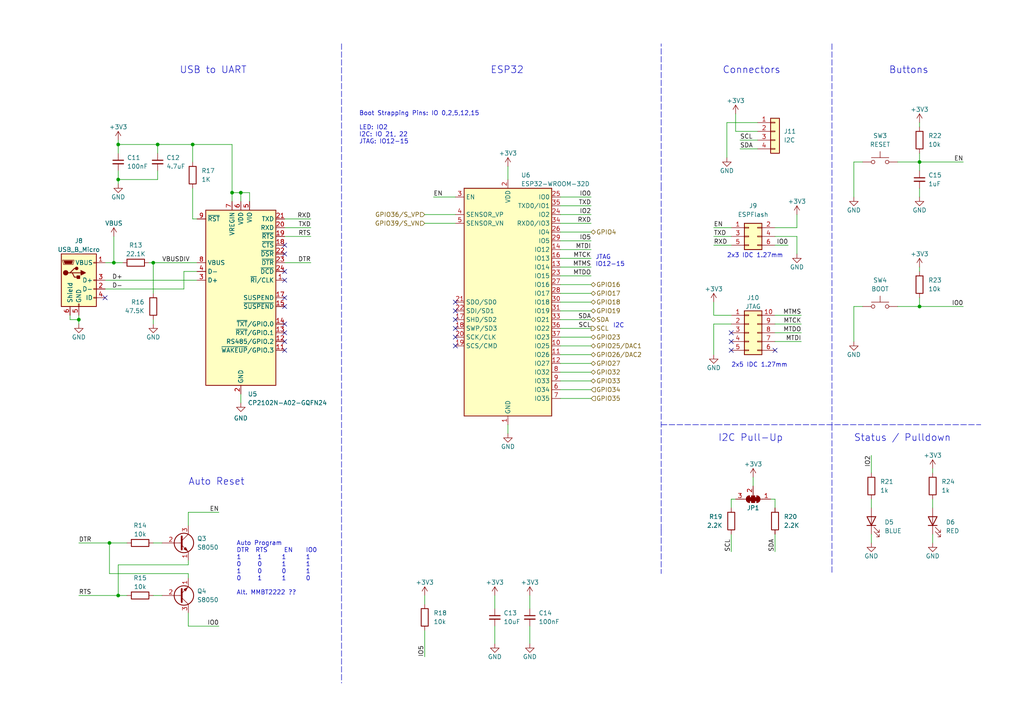
<source format=kicad_sch>
(kicad_sch (version 20211123) (generator eeschema)
  (paper "A4")
  (title_block (title "Blugasm: Controller") (date "2022-01-31") (rev "1"))
  (lib_symbols
    (symbol "Connector:USB_B_Micro" (pin_names (offset 1.016))
      (property "Reference" "J" (at -5.08 11.43 0))
      (property "Value" "USB_B_Micro" (at -5.08 8.89 0))
      (symbol "USB_B_Micro_0_1"
        (rectangle (start -5.08 -7.62) (end 5.08 7.62) (stroke (width 0.254)) (fill (type background)))
        (circle (center -3.81 2.159) (radius 0.635) (stroke (width 0.254)) (fill (type outline)))
        (circle (center -0.635 3.429) (radius 0.381) (stroke (width 0.254)) (fill (type outline)))
        (rectangle (start -0.127 -7.62) (end 0.127 -6.858))
        (polyline (pts (xy -1.905 2.159) (xy 0.635 2.159)) (stroke (width 0.254)))
        (polyline (pts (xy -3.175 2.159) (xy -2.54 2.159) (xy -1.27 3.429) (xy -0.635 3.429)) (stroke (width 0.254)))
        (polyline (pts (xy -2.54 2.159) (xy -1.905 2.159) (xy -1.27 0.889) (xy 0 0.889)) (stroke (width 0.254)))
        (polyline (pts (xy 0.635 2.794) (xy 0.635 1.524) (xy 1.905 2.159) (xy 0.635 2.794)) (stroke (width 0.254)) (fill (type outline)))
        (polyline (pts (xy -4.318 5.588) (xy -1.778 5.588) (xy -2.032 4.826) (xy -4.064 4.826) (xy -4.318 5.588)) (fill (type outline)))
        (polyline (pts (xy -4.699 5.842) (xy -4.699 5.588) (xy -4.445 4.826) (xy -4.445 4.572) (xy -1.651 4.572) (xy -1.651 4.826) (xy -1.397 5.588) (xy -1.397 5.842) (xy -4.699 5.842)))
        (rectangle (start 0.254 1.27) (end -0.508 0.508) (stroke (width 0.254)) (fill (type outline)))
        (rectangle (start 5.08 -5.207) (end 4.318 -4.953))
        (rectangle (start 5.08 -2.667) (end 4.318 -2.413))
        (rectangle (start 5.08 -0.127) (end 4.318 0.127))
        (rectangle (start 5.08 4.953) (end 4.318 5.207))
      )
      (symbol "USB_B_Micro_1_1"
        (pin power_out line (at 7.62 5.08 180) (length 2.54) (name "VBUS") (number "1"))
        (pin bidirectional line (at 7.62 -2.54 180) (length 2.54) (name "D-") (number "2"))
        (pin bidirectional line (at 7.62 0 180) (length 2.54) (name "D+") (number "3"))
        (pin passive line (at 7.62 -5.08 180) (length 2.54) (name "ID") (number "4"))
        (pin power_out line (at 0 -10.16 90) (length 2.54) (name "GND") (number "5"))
        (pin passive line (at -2.54 -10.16 90) (length 2.54) (name "Shield") (number "6"))
      )
    )
    (symbol "Connector_Generic:Conn_01x04" (pin_names (offset 1.016) hide)
      (property "Reference" "J" (at 0 5.08 0))
      (property "Value" "Conn_01x04" (at 0 -7.62 0))
      (symbol "Conn_01x04_1_1"
        (rectangle (start -1.27 -4.953) (end 0 -5.207) (stroke (width 0.1524)))
        (rectangle (start -1.27 -2.413) (end 0 -2.667) (stroke (width 0.1524)))
        (rectangle (start -1.27 0.127) (end 0 -0.127) (stroke (width 0.1524)))
        (rectangle (start -1.27 2.667) (end 0 2.413) (stroke (width 0.1524)))
        (rectangle (start -1.27 3.81) (end 1.27 -6.35) (stroke (width 0.254)) (fill (type background)))
        (pin passive line (at -5.08 2.54 0) (length 3.81) (name "Pin_1") (number "1"))
        (pin passive line (at -5.08 0 0) (length 3.81) (name "Pin_2") (number "2"))
        (pin passive line (at -5.08 -2.54 0) (length 3.81) (name "Pin_3") (number "3"))
        (pin passive line (at -5.08 -5.08 0) (length 3.81) (name "Pin_4") (number "4"))
      )
    )
    (symbol "Connector_Generic:Conn_02x03_Odd_Even" (pin_names (offset 1.016) hide)
      (property "Reference" "J" (at 1.27 5.08 0))
      (property "Value" "Conn_02x03_Odd_Even" (at 1.27 -5.08 0))
      (symbol "Conn_02x03_Odd_Even_1_1"
        (rectangle (start -1.27 -2.413) (end 0 -2.667) (stroke (width 0.1524)))
        (rectangle (start -1.27 0.127) (end 0 -0.127) (stroke (width 0.1524)))
        (rectangle (start -1.27 2.667) (end 0 2.413) (stroke (width 0.1524)))
        (rectangle (start -1.27 3.81) (end 3.81 -3.81) (stroke (width 0.254)) (fill (type background)))
        (rectangle (start 3.81 -2.413) (end 2.54 -2.667) (stroke (width 0.1524)))
        (rectangle (start 3.81 0.127) (end 2.54 -0.127) (stroke (width 0.1524)))
        (rectangle (start 3.81 2.667) (end 2.54 2.413) (stroke (width 0.1524)))
        (pin passive line (at -5.08 2.54 0) (length 3.81) (name "Pin_1") (number "1"))
        (pin passive line (at 7.62 2.54 180) (length 3.81) (name "Pin_2") (number "2"))
        (pin passive line (at -5.08 0 0) (length 3.81) (name "Pin_3") (number "3"))
        (pin passive line (at 7.62 0 180) (length 3.81) (name "Pin_4") (number "4"))
        (pin passive line (at -5.08 -2.54 0) (length 3.81) (name "Pin_5") (number "5"))
        (pin passive line (at 7.62 -2.54 180) (length 3.81) (name "Pin_6") (number "6"))
      )
    )
    (symbol "Connector_Generic:Conn_02x05_Counter_Clockwise" (pin_names (offset 1.016) hide)
      (property "Reference" "J" (at 1.27 7.62 0))
      (property "Value" "Conn_02x05_Counter_Clockwise" (at 1.27 -7.62 0))
      (symbol "Conn_02x05_Counter_Clockwise_1_1"
        (rectangle (start -1.27 -4.953) (end 0 -5.207) (stroke (width 0.1524)))
        (rectangle (start -1.27 -2.413) (end 0 -2.667) (stroke (width 0.1524)))
        (rectangle (start -1.27 0.127) (end 0 -0.127) (stroke (width 0.1524)))
        (rectangle (start -1.27 2.667) (end 0 2.413) (stroke (width 0.1524)))
        (rectangle (start -1.27 5.207) (end 0 4.953) (stroke (width 0.1524)))
        (rectangle (start -1.27 6.35) (end 3.81 -6.35) (stroke (width 0.254)) (fill (type background)))
        (rectangle (start 3.81 -4.953) (end 2.54 -5.207) (stroke (width 0.1524)))
        (rectangle (start 3.81 -2.413) (end 2.54 -2.667) (stroke (width 0.1524)))
        (rectangle (start 3.81 0.127) (end 2.54 -0.127) (stroke (width 0.1524)))
        (rectangle (start 3.81 2.667) (end 2.54 2.413) (stroke (width 0.1524)))
        (rectangle (start 3.81 5.207) (end 2.54 4.953) (stroke (width 0.1524)))
        (pin passive line (at -5.08 5.08 0) (length 3.81) (name "Pin_1") (number "1"))
        (pin passive line (at 7.62 5.08 180) (length 3.81) (name "Pin_10") (number "10"))
        (pin passive line (at -5.08 2.54 0) (length 3.81) (name "Pin_2") (number "2"))
        (pin passive line (at -5.08 0 0) (length 3.81) (name "Pin_3") (number "3"))
        (pin passive line (at -5.08 -2.54 0) (length 3.81) (name "Pin_4") (number "4"))
        (pin passive line (at -5.08 -5.08 0) (length 3.81) (name "Pin_5") (number "5"))
        (pin passive line (at 7.62 -5.08 180) (length 3.81) (name "Pin_6") (number "6"))
        (pin passive line (at 7.62 -2.54 180) (length 3.81) (name "Pin_7") (number "7"))
        (pin passive line (at 7.62 0 180) (length 3.81) (name "Pin_8") (number "8"))
        (pin passive line (at 7.62 2.54 180) (length 3.81) (name "Pin_9") (number "9"))
      )
    )
    (symbol "Device:C_Small" (pin_numbers hide) (pin_names (offset 0.254) hide)
      (property "Reference" "C" (at 0.254 1.778 0))
      (property "Value" "C_Small" (at 0.254 -2.032 0))
      (symbol "C_Small_0_1"
        (polyline (pts (xy -1.524 -0.508) (xy 1.524 -0.508)) (stroke (width 0.3302)))
        (polyline (pts (xy -1.524 0.508) (xy 1.524 0.508)) (stroke (width 0.3048)))
      )
      (symbol "C_Small_1_1"
        (pin passive line (at 0 2.54 270) (length 2.032) (name "~") (number "1"))
        (pin passive line (at 0 -2.54 90) (length 2.032) (name "~") (number "2"))
      )
    )
    (symbol "Device:LED" (pin_numbers hide) (pin_names (offset 1.016) hide)
      (property "Reference" "D" (at 0 2.54 0))
      (property "Value" "LED" (at 0 -2.54 0))
      (symbol "LED_0_1"
        (polyline (pts (xy -1.27 -1.27) (xy -1.27 1.27)) (stroke (width 0.254)))
        (polyline (pts (xy -1.27 0) (xy 1.27 0)))
        (polyline (pts (xy 1.27 -1.27) (xy 1.27 1.27) (xy -1.27 0) (xy 1.27 -1.27)) (stroke (width 0.254)))
        (polyline (pts (xy -3.048 -0.762) (xy -4.572 -2.286) (xy -3.81 -2.286) (xy -4.572 -2.286) (xy -4.572 -1.524)))
        (polyline (pts (xy -1.778 -0.762) (xy -3.302 -2.286) (xy -2.54 -2.286) (xy -3.302 -2.286) (xy -3.302 -1.524)))
      )
      (symbol "LED_1_1"
        (pin passive line (at -3.81 0 0) (length 2.54) (name "K") (number "1"))
        (pin passive line (at 3.81 0 180) (length 2.54) (name "A") (number "2"))
      )
    )
    (symbol "Device:R" (pin_numbers hide) (pin_names (offset 0))
      (property "Reference" "R" (at 2.032 0 90))
      (property "Value" "R" (at 0 0 90))
      (symbol "R_0_1"
        (rectangle (start -1.016 -2.54) (end 1.016 2.54) (stroke (width 0.254)))
      )
      (symbol "R_1_1"
        (pin passive line (at 0 3.81 270) (length 1.27) (name "~") (number "1"))
        (pin passive line (at 0 -3.81 90) (length 1.27) (name "~") (number "2"))
      )
    )
    (symbol "Interface_USB:CP2102N-Axx-xQFN24"
      (property "Reference" "U" (at -8.89 26.67 0))
      (property "Value" "CP2102N-Axx-xQFN24" (at 13.97 26.67 0))
      (symbol "CP2102N-Axx-xQFN24_0_1"
        (rectangle (start -10.16 25.4) (end 10.16 -25.4) (stroke (width 0.254)) (fill (type background)))
      )
      (symbol "CP2102N-Axx-xQFN24_1_1"
        (pin bidirectional line (at 12.7 5.08 180) (length 2.54) (name "~{RI}/CLK") (number "1"))
        (pin no_connect line (at -10.16 -22.86 0) (length 2.54) hide (name "NC") (number "10"))
        (pin bidirectional line (at 12.7 -15.24 180) (length 2.54) (name "~{WAKEUP}/GPIO.3") (number "11"))
        (pin bidirectional line (at 12.7 -12.7 180) (length 2.54) (name "RS485/GPIO.2") (number "12"))
        (pin bidirectional line (at 12.7 -10.16 180) (length 2.54) (name "~{RXT}/GPIO.1") (number "13"))
        (pin bidirectional line (at 12.7 -7.62 180) (length 2.54) (name "~{TXT}/GPIO.0") (number "14"))
        (pin output line (at 12.7 -2.54 180) (length 2.54) (name "~{SUSPEND}") (number "15"))
        (pin no_connect line (at 10.16 -22.86 180) (length 2.54) hide (name "NC") (number "16"))
        (pin output line (at 12.7 0 180) (length 2.54) (name "SUSPEND") (number "17"))
        (pin input line (at 12.7 15.24 180) (length 2.54) (name "~{CTS}") (number "18"))
        (pin output line (at 12.7 17.78 180) (length 2.54) (name "~{RTS}") (number "19"))
        (pin power_in line (at 0 -27.94 90) (length 2.54) (name "GND") (number "2"))
        (pin input line (at 12.7 20.32 180) (length 2.54) (name "RXD") (number "20"))
        (pin output line (at 12.7 22.86 180) (length 2.54) (name "TXD") (number "21"))
        (pin input line (at 12.7 12.7 180) (length 2.54) (name "~{DSR}") (number "22"))
        (pin output line (at 12.7 10.16 180) (length 2.54) (name "~{DTR}") (number "23"))
        (pin input line (at 12.7 7.62 180) (length 2.54) (name "~{DCD}") (number "24"))
        (pin passive line (at 0 -27.94 90) (length 2.54) hide (name "GND") (number "25"))
        (pin bidirectional line (at -12.7 5.08 0) (length 2.54) (name "D+") (number "3"))
        (pin bidirectional line (at -12.7 7.62 0) (length 2.54) (name "D-") (number "4"))
        (pin power_in line (at 2.54 27.94 270) (length 2.54) (name "VIO") (number "5"))
        (pin power_in line (at 0 27.94 270) (length 2.54) (name "VDD") (number "6"))
        (pin power_in line (at -2.54 27.94 270) (length 2.54) (name "VREGIN") (number "7"))
        (pin input line (at -12.7 10.16 0) (length 2.54) (name "VBUS") (number "8"))
        (pin input line (at -12.7 22.86 0) (length 2.54) (name "~{RST}") (number "9"))
      )
    )
    (symbol "Jumper:SolderJumper_3_Bridged123" (pin_names (offset 0) hide)
      (property "Reference" "JP" (at -2.54 -2.54 0))
      (property "Value" "SolderJumper_3_Bridged123" (at 0 2.794 0))
      (symbol "SolderJumper_3_Bridged123_0_1"
        (rectangle (start -1.016 0.508) (end -0.508 -0.508) (fill (type outline)))
        (arc (start -1.016 1.016) (mid -2.032 0) (end -1.016 -1.016))
        (arc (start -1.016 1.016) (mid -2.032 0) (end -1.016 -1.016) (fill (type outline)))
        (rectangle (start -0.508 1.016) (end 0.508 -1.016) (fill (type outline)))
        (polyline (pts (xy -2.54 0) (xy -2.032 0)))
        (polyline (pts (xy -1.016 1.016) (xy -1.016 -1.016)))
        (polyline (pts (xy 0 -1.27) (xy 0 -1.016)))
        (polyline (pts (xy 1.016 1.016) (xy 1.016 -1.016)))
        (polyline (pts (xy 2.54 0) (xy 2.032 0)))
        (rectangle (start 0.508 0.508) (end 1.016 -0.508) (fill (type outline)))
        (arc (start 1.016 -1.016) (mid 2.032 0) (end 1.016 1.016))
        (arc (start 1.016 -1.016) (mid 2.032 0) (end 1.016 1.016) (fill (type outline)))
      )
      (symbol "SolderJumper_3_Bridged123_1_1"
        (pin passive line (at -5.08 0 0) (length 2.54) (name "A") (number "1"))
        (pin input line (at 0 -3.81 90) (length 2.54) (name "C") (number "2"))
        (pin passive line (at 5.08 0 180) (length 2.54) (name "B") (number "3"))
      )
    )
    (symbol "RF_Module:ESP32-WROOM-32D"
      (property "Reference" "U" (at -12.7 34.29 0))
      (property "Value" "ESP32-WROOM-32D" (at 1.27 34.29 0))
      (symbol "ESP32-WROOM-32D_0_1"
        (rectangle (start -12.7 33.02) (end 12.7 -33.02) (stroke (width 0.254)) (fill (type background)))
      )
      (symbol "ESP32-WROOM-32D_1_1"
        (pin power_in line (at 0 -35.56 90) (length 2.54) (name "GND") (number "1"))
        (pin bidirectional line (at 15.24 -12.7 180) (length 2.54) (name "IO25") (number "10"))
        (pin bidirectional line (at 15.24 -15.24 180) (length 2.54) (name "IO26") (number "11"))
        (pin bidirectional line (at 15.24 -17.78 180) (length 2.54) (name "IO27") (number "12"))
        (pin bidirectional line (at 15.24 10.16 180) (length 2.54) (name "IO14") (number "13"))
        (pin bidirectional line (at 15.24 15.24 180) (length 2.54) (name "IO12") (number "14"))
        (pin passive line (at 0 -35.56 90) (length 2.54) hide (name "GND") (number "15"))
        (pin bidirectional line (at 15.24 12.7 180) (length 2.54) (name "IO13") (number "16"))
        (pin bidirectional line (at -15.24 -5.08 0) (length 2.54) (name "SHD/SD2") (number "17"))
        (pin bidirectional line (at -15.24 -7.62 0) (length 2.54) (name "SWP/SD3") (number "18"))
        (pin bidirectional line (at -15.24 -12.7 0) (length 2.54) (name "SCS/CMD") (number "19"))
        (pin power_in line (at 0 35.56 270) (length 2.54) (name "VDD") (number "2"))
        (pin bidirectional line (at -15.24 -10.16 0) (length 2.54) (name "SCK/CLK") (number "20"))
        (pin bidirectional line (at -15.24 0 0) (length 2.54) (name "SDO/SD0") (number "21"))
        (pin bidirectional line (at -15.24 -2.54 0) (length 2.54) (name "SDI/SD1") (number "22"))
        (pin bidirectional line (at 15.24 7.62 180) (length 2.54) (name "IO15") (number "23"))
        (pin bidirectional line (at 15.24 25.4 180) (length 2.54) (name "IO2") (number "24"))
        (pin bidirectional line (at 15.24 30.48 180) (length 2.54) (name "IO0") (number "25"))
        (pin bidirectional line (at 15.24 20.32 180) (length 2.54) (name "IO4") (number "26"))
        (pin bidirectional line (at 15.24 5.08 180) (length 2.54) (name "IO16") (number "27"))
        (pin bidirectional line (at 15.24 2.54 180) (length 2.54) (name "IO17") (number "28"))
        (pin bidirectional line (at 15.24 17.78 180) (length 2.54) (name "IO5") (number "29"))
        (pin input line (at -15.24 30.48 0) (length 2.54) (name "EN") (number "3"))
        (pin bidirectional line (at 15.24 0 180) (length 2.54) (name "IO18") (number "30"))
        (pin bidirectional line (at 15.24 -2.54 180) (length 2.54) (name "IO19") (number "31"))
        (pin no_connect line (at -12.7 -27.94 0) (length 2.54) hide (name "NC") (number "32"))
        (pin bidirectional line (at 15.24 -5.08 180) (length 2.54) (name "IO21") (number "33"))
        (pin bidirectional line (at 15.24 22.86 180) (length 2.54) (name "RXD0/IO3") (number "34"))
        (pin bidirectional line (at 15.24 27.94 180) (length 2.54) (name "TXD0/IO1") (number "35"))
        (pin bidirectional line (at 15.24 -7.62 180) (length 2.54) (name "IO22") (number "36"))
        (pin bidirectional line (at 15.24 -10.16 180) (length 2.54) (name "IO23") (number "37"))
        (pin passive line (at 0 -35.56 90) (length 2.54) hide (name "GND") (number "38"))
        (pin passive line (at 0 -35.56 90) (length 2.54) hide (name "GND") (number "39"))
        (pin input line (at -15.24 25.4 0) (length 2.54) (name "SENSOR_VP") (number "4"))
        (pin input line (at -15.24 22.86 0) (length 2.54) (name "SENSOR_VN") (number "5"))
        (pin input line (at 15.24 -25.4 180) (length 2.54) (name "IO34") (number "6"))
        (pin input line (at 15.24 -27.94 180) (length 2.54) (name "IO35") (number "7"))
        (pin bidirectional line (at 15.24 -20.32 180) (length 2.54) (name "IO32") (number "8"))
        (pin bidirectional line (at 15.24 -22.86 180) (length 2.54) (name "IO33") (number "9"))
      )
    )
    (symbol "Switch:SW_Push" (pin_numbers hide) (pin_names (offset 1.016) hide)
      (property "Reference" "SW" (at 1.27 2.54 0))
      (property "Value" "SW_Push" (at 0 -1.524 0))
      (symbol "SW_Push_0_1"
        (circle (center -2.032 0) (radius 0.508))
        (polyline (pts (xy 0 1.27) (xy 0 3.048)))
        (polyline (pts (xy 2.54 1.27) (xy -2.54 1.27)))
        (circle (center 2.032 0) (radius 0.508))
        (pin passive line (at -5.08 0 0) (length 2.54) (name "1") (number "1"))
        (pin passive line (at 5.08 0 180) (length 2.54) (name "2") (number "2"))
      )
    )
    (symbol "Transistor_BJT:S8050" (pin_names (offset 0) hide)
      (property "Reference" "Q" (at 5.08 1.905 0))
      (property "Value" "S8050" (at 5.08 0 0))
      (symbol "S8050_0_1"
        (polyline (pts (xy 0 0) (xy 0.635 0)))
        (polyline (pts (xy 0.635 0.635) (xy 2.54 2.54)))
        (polyline (pts (xy 0.635 -0.635) (xy 2.54 -2.54) (xy 2.54 -2.54)))
        (polyline (pts (xy 0.635 1.905) (xy 0.635 -1.905) (xy 0.635 -1.905)) (stroke (width 0.508)))
        (polyline (pts (xy 1.27 -1.778) (xy 1.778 -1.27) (xy 2.286 -2.286) (xy 1.27 -1.778) (xy 1.27 -1.778)) (fill (type outline)))
        (circle (center 1.27 0) (radius 2.8194) (stroke (width 0.254)))
      )
      (symbol "S8050_1_1"
        (pin passive line (at 2.54 -5.08 90) (length 2.54) (name "E") (number "1"))
        (pin input line (at -5.08 0 0) (length 5.08) (name "B") (number "2"))
        (pin passive line (at 2.54 5.08 270) (length 2.54) (name "C") (number "3"))
      )
    )
    (symbol "power:+3.3V" (power) (pin_names (offset 0))
      (property "Value" "+3.3V" (at 0 3.556 0))
      (symbol "+3.3V_0_1"
        (polyline (pts (xy -0.762 1.27) (xy 0 2.54)))
        (polyline (pts (xy 0 0) (xy 0 2.54)))
        (polyline (pts (xy 0 2.54) (xy 0.762 1.27)))
      )
      (symbol "+3.3V_1_1"
        (pin power_in line (at 0 0 90) (length 0) hide (name "+3V3") (number "1"))
      )
    )
    (symbol "power:GND" (power) (pin_names (offset 0))
      (property "Value" "GND" (at 0 -3.81 0))
      (symbol "GND_0_1"
        (polyline (pts (xy 0 0) (xy 0 -1.27) (xy 1.27 -1.27) (xy 0 -2.54) (xy -1.27 -1.27) (xy 0 -1.27)))
      )
      (symbol "GND_1_1"
        (pin power_in line (at 0 0 270) (length 0) hide (name "GND") (number "1"))
      )
    )
    (symbol "power:VBUS" (power) (pin_names (offset 0))
      (property "Value" "VBUS" (at 0 3.81 0))
      (symbol "VBUS_0_1"
        (polyline (pts (xy -0.762 1.27) (xy 0 2.54)))
        (polyline (pts (xy 0 0) (xy 0 2.54)))
        (polyline (pts (xy 0 2.54) (xy 0.762 1.27)))
      )
      (symbol "VBUS_1_1"
        (pin power_in line (at 0 0 90) (length 0) hide (name "VBUS") (number "1"))
      )
    )
  )
  (junction (at 33.02 76.2))
  (junction (at 266.7 46.99))
  (junction (at 31.75 157.48))
  (junction (at 266.7 88.9))
  (junction (at 45.72 41.91))
  (junction (at 22.86 92.71))
  (junction (at 55.88 41.91))
  (junction (at 34.29 172.72))
  (junction (at 67.31 55.88))
  (junction (at 44.45 76.2))
  (junction (at 34.29 41.91))
  (junction (at 69.85 55.88))
  (junction (at 34.29 52.07))
  (no_connect (at 212.09 99.06))
  (no_connect (at 82.55 88.9))
  (no_connect (at 132.08 97.79))
  (no_connect (at 82.55 81.28))
  (no_connect (at 132.08 95.25))
  (no_connect (at 132.08 100.33))
  (no_connect (at 82.55 99.06))
  (no_connect (at 82.55 71.12))
  (no_connect (at 82.55 93.98))
  (no_connect (at 82.55 96.52))
  (no_connect (at 82.55 78.74))
  (no_connect (at 132.08 87.63))
  (no_connect (at 224.79 101.6))
  (no_connect (at 82.55 101.6))
  (no_connect (at 82.55 86.36))
  (no_connect (at 132.08 92.71))
  (no_connect (at 30.48 86.36))
  (no_connect (at 212.09 96.52))
  (no_connect (at 132.08 90.17))
  (no_connect (at 82.55 73.66))
  (no_connect (at 212.09 101.6))
  (wire (pts (xy 266.7 44.45) (xy 266.7 46.99)))
  (wire (pts (xy 123.19 64.77) (xy 132.08 64.77)))
  (wire (pts (xy 67.31 55.88) (xy 67.31 58.42)))
  (wire (pts (xy 123.19 172.72) (xy 123.19 175.26)))
  (wire (pts (xy 162.56 113.03) (xy 171.45 113.03)))
  (wire (pts (xy 162.56 102.87) (xy 171.45 102.87)))
  (wire (pts (xy 153.67 172.72) (xy 153.67 176.53)))
  (wire (pts (xy 219.71 38.1) (xy 213.36 38.1)))
  (polyline (pts (xy 191.77 54.61) (xy 191.77 12.7)))
  (wire (pts (xy 22.86 157.48) (xy 31.75 157.48)))
  (wire (pts (xy 219.71 40.64) (xy 214.63 40.64)))
  (wire (pts (xy 266.7 46.99) (xy 260.35 46.99)))
  (wire (pts (xy 212.09 147.32) (xy 212.09 144.78)))
  (wire (pts (xy 162.56 90.17) (xy 171.45 90.17)))
  (wire (pts (xy 44.45 172.72) (xy 46.99 172.72)))
  (wire (pts (xy 219.71 43.18) (xy 214.63 43.18)))
  (wire (pts (xy 34.29 53.34) (xy 34.29 52.07)))
  (polyline (pts (xy 241.3 12.7) (xy 241.3 123.19)))
  (wire (pts (xy 207.01 87.63) (xy 207.01 91.44)))
  (wire (pts (xy 147.32 123.19) (xy 147.32 125.73)))
  (wire (pts (xy 266.7 54.61) (xy 266.7 57.15)))
  (wire (pts (xy 69.85 55.88) (xy 69.85 58.42)))
  (wire (pts (xy 162.56 69.85) (xy 171.45 69.85)))
  (wire (pts (xy 210.82 35.56) (xy 219.71 35.56)))
  (wire (pts (xy 54.61 181.61) (xy 63.5 181.61)))
  (wire (pts (xy 224.79 160.02) (xy 224.79 154.94)))
  (wire (pts (xy 210.82 35.56) (xy 210.82 45.72)))
  (wire (pts (xy 162.56 80.01) (xy 171.45 80.01)))
  (wire (pts (xy 212.09 66.04) (xy 207.01 66.04)))
  (wire (pts (xy 34.29 49.53) (xy 34.29 52.07)))
  (wire (pts (xy 72.39 55.88) (xy 69.85 55.88)))
  (wire (pts (xy 54.61 163.83) (xy 34.29 163.83)))
  (wire (pts (xy 143.51 172.72) (xy 143.51 176.53)))
  (polyline (pts (xy 191.77 123.19) (xy 284.48 123.19)))
  (wire (pts (xy 162.56 107.95) (xy 171.45 107.95)))
  (wire (pts (xy 45.72 41.91) (xy 55.88 41.91)))
  (wire (pts (xy 162.56 95.25) (xy 171.45 95.25)))
  (wire (pts (xy 147.32 48.26) (xy 147.32 52.07)))
  (wire (pts (xy 53.34 78.74) (xy 53.34 83.82)))
  (wire (pts (xy 22.86 172.72) (xy 34.29 172.72)))
  (polyline (pts (xy 99.06 12.7) (xy 99.06 198.12)))
  (wire (pts (xy 212.09 144.78) (xy 213.36 144.78)))
  (wire (pts (xy 162.56 64.77) (xy 171.45 64.77)))
  (wire (pts (xy 44.45 92.71) (xy 44.45 93.98)))
  (wire (pts (xy 266.7 35.56) (xy 266.7 36.83)))
  (wire (pts (xy 57.15 63.5) (xy 55.88 63.5)))
  (wire (pts (xy 162.56 85.09) (xy 171.45 85.09)))
  (wire (pts (xy 231.14 66.04) (xy 224.79 66.04)))
  (wire (pts (xy 250.19 46.99) (xy 247.65 46.99)))
  (wire (pts (xy 54.61 166.37) (xy 54.61 167.64)))
  (wire (pts (xy 252.73 132.08) (xy 252.73 137.16)))
  (wire (pts (xy 20.32 92.71) (xy 22.86 92.71)))
  (wire (pts (xy 212.09 68.58) (xy 207.01 68.58)))
  (wire (pts (xy 213.36 33.02) (xy 213.36 38.1)))
  (wire (pts (xy 162.56 105.41) (xy 171.45 105.41)))
  (wire (pts (xy 34.29 41.91) (xy 45.72 41.91)))
  (wire (pts (xy 72.39 58.42) (xy 72.39 55.88)))
  (wire (pts (xy 162.56 57.15) (xy 171.45 57.15)))
  (wire (pts (xy 207.01 93.98) (xy 212.09 93.98)))
  (wire (pts (xy 162.56 92.71) (xy 171.45 92.71)))
  (wire (pts (xy 44.45 157.48) (xy 46.99 157.48)))
  (wire (pts (xy 36.83 157.48) (xy 31.75 157.48)))
  (wire (pts (xy 162.56 110.49) (xy 171.45 110.49)))
  (wire (pts (xy 231.14 73.66) (xy 231.14 68.58)))
  (wire (pts (xy 153.67 181.61) (xy 153.67 186.69)))
  (wire (pts (xy 231.14 62.23) (xy 231.14 66.04)))
  (wire (pts (xy 44.45 76.2) (xy 57.15 76.2)))
  (wire (pts (xy 43.18 76.2) (xy 44.45 76.2)))
  (wire (pts (xy 55.88 63.5) (xy 55.88 54.61)))
  (wire (pts (xy 54.61 162.56) (xy 54.61 163.83)))
  (wire (pts (xy 69.85 114.3) (xy 69.85 116.84)))
  (wire (pts (xy 224.79 144.78) (xy 224.79 147.32)))
  (wire (pts (xy 162.56 77.47) (xy 171.45 77.47)))
  (wire (pts (xy 34.29 163.83) (xy 34.29 172.72)))
  (wire (pts (xy 30.48 76.2) (xy 33.02 76.2)))
  (wire (pts (xy 162.56 100.33) (xy 171.45 100.33)))
  (wire (pts (xy 266.7 86.36) (xy 266.7 88.9)))
  (wire (pts (xy 54.61 152.4) (xy 54.61 148.59)))
  (wire (pts (xy 266.7 46.99) (xy 279.4 46.99)))
  (wire (pts (xy 224.79 71.12) (xy 228.6 71.12)))
  (wire (pts (xy 143.51 181.61) (xy 143.51 186.69)))
  (wire (pts (xy 22.86 91.44) (xy 22.86 92.71)))
  (wire (pts (xy 33.02 68.58) (xy 33.02 76.2)))
  (wire (pts (xy 44.45 76.2) (xy 44.45 85.09)))
  (wire (pts (xy 247.65 46.99) (xy 247.65 57.15)))
  (polyline (pts (xy 191.77 153.67) (xy 191.77 166.37)))
  (wire (pts (xy 162.56 62.23) (xy 171.45 62.23)))
  (wire (pts (xy 82.55 66.04) (xy 90.17 66.04)))
  (wire (pts (xy 224.79 93.98) (xy 232.41 93.98)))
  (wire (pts (xy 252.73 144.78) (xy 252.73 147.32)))
  (wire (pts (xy 82.55 68.58) (xy 90.17 68.58)))
  (wire (pts (xy 162.56 97.79) (xy 171.45 97.79)))
  (wire (pts (xy 162.56 82.55) (xy 171.45 82.55)))
  (wire (pts (xy 82.55 76.2) (xy 90.17 76.2)))
  (wire (pts (xy 30.48 83.82) (xy 53.34 83.82)))
  (wire (pts (xy 123.19 182.88) (xy 123.19 190.5)))
  (wire (pts (xy 224.79 68.58) (xy 231.14 68.58)))
  (wire (pts (xy 125.73 57.15) (xy 132.08 57.15)))
  (wire (pts (xy 266.7 88.9) (xy 279.4 88.9)))
  (wire (pts (xy 20.32 91.44) (xy 20.32 92.71)))
  (wire (pts (xy 224.79 91.44) (xy 232.41 91.44)))
  (wire (pts (xy 162.56 59.69) (xy 171.45 59.69)))
  (wire (pts (xy 223.52 144.78) (xy 224.79 144.78)))
  (wire (pts (xy 69.85 55.88) (xy 67.31 55.88)))
  (wire (pts (xy 162.56 87.63) (xy 171.45 87.63)))
  (wire (pts (xy 67.31 41.91) (xy 67.31 55.88)))
  (wire (pts (xy 224.79 99.06) (xy 232.41 99.06)))
  (wire (pts (xy 45.72 49.53) (xy 45.72 52.07)))
  (wire (pts (xy 266.7 46.99) (xy 266.7 49.53)))
  (polyline (pts (xy 241.3 123.19) (xy 241.3 166.37)))
  (wire (pts (xy 252.73 154.94) (xy 252.73 157.48)))
  (wire (pts (xy 22.86 92.71) (xy 22.86 93.98)))
  (wire (pts (xy 162.56 72.39) (xy 171.45 72.39)))
  (wire (pts (xy 162.56 67.31) (xy 171.45 67.31)))
  (wire (pts (xy 250.19 88.9) (xy 247.65 88.9)))
  (wire (pts (xy 212.09 160.02) (xy 212.09 154.94)))
  (wire (pts (xy 270.51 154.94) (xy 270.51 157.48)))
  (wire (pts (xy 55.88 41.91) (xy 67.31 41.91)))
  (wire (pts (xy 53.34 78.74) (xy 57.15 78.74)))
  (wire (pts (xy 270.51 135.89) (xy 270.51 137.16)))
  (wire (pts (xy 247.65 88.9) (xy 247.65 99.06)))
  (wire (pts (xy 82.55 63.5) (xy 90.17 63.5)))
  (wire (pts (xy 55.88 41.91) (xy 55.88 46.99)))
  (wire (pts (xy 34.29 41.91) (xy 34.29 44.45)))
  (wire (pts (xy 31.75 157.48) (xy 31.75 166.37)))
  (wire (pts (xy 123.19 62.23) (xy 132.08 62.23)))
  (wire (pts (xy 270.51 144.78) (xy 270.51 147.32)))
  (wire (pts (xy 34.29 40.64) (xy 34.29 41.91)))
  (wire (pts (xy 162.56 74.93) (xy 171.45 74.93)))
  (wire (pts (xy 34.29 172.72) (xy 36.83 172.72)))
  (wire (pts (xy 30.48 81.28) (xy 57.15 81.28)))
  (wire (pts (xy 224.79 96.52) (xy 232.41 96.52)))
  (wire (pts (xy 207.01 102.87) (xy 207.01 93.98)))
  (wire (pts (xy 45.72 41.91) (xy 45.72 44.45)))
  (wire (pts (xy 54.61 177.8) (xy 54.61 181.61)))
  (wire (pts (xy 31.75 166.37) (xy 54.61 166.37)))
  (wire (pts (xy 33.02 76.2) (xy 35.56 76.2)))
  (wire (pts (xy 207.01 91.44) (xy 212.09 91.44)))
  (wire (pts (xy 162.56 115.57) (xy 171.45 115.57)))
  (wire (pts (xy 218.44 138.43) (xy 218.44 140.97)))
  (wire (pts (xy 260.35 88.9) (xy 266.7 88.9)))
  (wire (pts (xy 54.61 148.59) (xy 63.5 148.59)))
  (wire (pts (xy 266.7 77.47) (xy 266.7 78.74)))
  (polyline (pts (xy 191.77 153.67) (xy 191.77 54.61)))
  (wire (pts (xy 212.09 71.12) (xy 207.01 71.12)))
  (wire (pts (xy 34.29 52.07) (xy 45.72 52.07)))
  (text "ESP32" (at 142.24 21.59 0) (effects (font (size 2 2)) (justify left bottom)))
  (text "Status / Pulldown" (at 247.65 128.27 0) (effects (font (size 2 2)) (justify left bottom)))
  (text "Connectors" (at 209.55 21.59 0) (effects (font (size 2 2)) (justify left bottom)))
  (text "Auto Reset" (at 54.61 140.97 0) (effects (font (size 2 2)) (justify left bottom)))
  (text "I2C Pull-Up" (at 208.28 128.27 0) (effects (font (size 2 2)) (justify left bottom)))
  (text "I2C" (at 177.8 95.25 0) (effects (font (size 1.27 1.27)) (justify left bottom)))
  (text "USB to UART" (at 52.07 21.59 0) (effects (font (size 2 2)) (justify left bottom)))
  (text "2x5 IDC 1.27mm" (at 212.09 106.68 0) (effects (font (size 1.27 1.27)) (justify left bottom)))
  (text "Boot Strapping Pins: IO 0,2,5,12,15\n\nLED: IO2\nI2C: IO 21, 22\nJTAG: IO12-15" (at 104.14 41.91 0) (effects (font (size 1.27 1.27)) (justify left bottom)))
  (text "Auto Program\nDTR  RTS     EN    IO0\n1     1      1      1\n0     0      1      1\n1     0      0      1\n0     1      1      0\n\nAlt. MMBT2222 ??" (at 68.58 172.72 0) (effects (font (size 1.27 1.27)) (justify left bottom)))
  (text "Buttons" (at 257.81 21.59 0) (effects (font (size 2 2)) (justify left bottom)))
  (text "JTAG\nIO12-15" (at 172.72 77.47 0) (effects (font (size 1.27 1.27)) (justify left bottom)))
  (text "2x3 IDC 1.27mm" (at 210.82 74.93 0) (effects (font (size 1.27 1.27)) (justify left bottom)))
  (label "SCL" (at 212.09 160.02 90))
  (label "VBUSDIV" (at 46.99 76.2 0))
  (label "RXD" (at 90.17 63.5 180))
  (label "MTDI" (at 171.45 72.39 180))
  (label "MTDO" (at 171.45 80.01 180))
  (label "MTMS" (at 171.45 77.47 180))
  (label "IO2" (at 252.73 132.08 270))
  (label "IO2" (at 171.45 62.23 180))
  (label "IO0" (at 228.6 71.12 180))
  (label "MTDO" (at 232.41 96.52 180))
  (label "MTCK" (at 171.45 74.93 180))
  (label "RXD" (at 171.45 64.77 180))
  (label "SCL" (at 171.45 95.25 180))
  (label "RTS" (at 22.86 172.72 0))
  (label "IO0" (at 279.4 88.9 180))
  (label "RXD" (at 207.01 71.12 0))
  (label "MTCK" (at 232.41 93.98 180))
  (label "DTR" (at 22.86 157.48 0))
  (label "IO5" (at 171.45 69.85 180))
  (label "TXD" (at 90.17 66.04 180))
  (label "EN" (at 279.4 46.99 180))
  (label "DTR" (at 90.17 76.2 180))
  (label "IO5" (at 123.19 190.5 90))
  (label "MTDI" (at 232.41 99.06 180))
  (label "SDA" (at 214.63 43.18 0))
  (label "RTS" (at 90.17 68.58 180))
  (label "EN" (at 63.5 148.59 180))
  (label "SCL" (at 214.63 40.64 0))
  (label "TXD" (at 207.01 68.58 0))
  (label "EN" (at 207.01 66.04 0))
  (label "SDA" (at 224.79 160.02 90))
  (label "D+" (at 35.56 81.28 180))
  (label "D-" (at 35.56 83.82 180))
  (label "EN" (at 125.73 57.15 0))
  (label "TXD" (at 171.45 59.69 180))
  (label "IO0" (at 63.5 181.61 180))
  (label "MTMS" (at 232.41 91.44 180))
  (label "SDA" (at 171.45 92.71 180))
  (label "IO0" (at 171.45 57.15 180))
  (hierarchical_label "GPIO26{slash}DAC2" (shape bidirectional) (at 171.45 102.87 0))
  (hierarchical_label "SDA" (shape bidirectional) (at 171.45 92.71 0))
  (hierarchical_label "GPIO34" (shape input) (at 171.45 113.03 0))
  (hierarchical_label "GPIO33" (shape bidirectional) (at 171.45 110.49 0))
  (hierarchical_label "GPIO17" (shape bidirectional) (at 171.45 85.09 0))
  (hierarchical_label "GPIO39{slash}S_VN" (shape input) (at 123.19 64.77 180))
  (hierarchical_label "GPIO18" (shape bidirectional) (at 171.45 87.63 0))
  (hierarchical_label "GPIO27" (shape bidirectional) (at 171.45 105.41 0))
  (hierarchical_label "GPIO23" (shape bidirectional) (at 171.45 97.79 0))
  (hierarchical_label "GPIO25{slash}DAC1" (shape bidirectional) (at 171.45 100.33 0))
  (hierarchical_label "GPIO32" (shape bidirectional) (at 171.45 107.95 0))
  (hierarchical_label "SCL" (shape output) (at 171.45 95.25 0))
  (hierarchical_label "GPIO35" (shape input) (at 171.45 115.57 0))
  (hierarchical_label "GPIO36{slash}S_VP" (shape input) (at 123.19 62.23 180))
  (hierarchical_label "GPIO4" (shape bidirectional) (at 171.45 67.31 0))
  (hierarchical_label "GPIO19" (shape bidirectional) (at 171.45 90.17 0))
  (hierarchical_label "GPIO16" (shape bidirectional) (at 171.45 82.55 0))
  (symbol (lib_id "Device:R") (at 266.7 40.64 180) (unit 1)
    (property "Reference" "R22" (at 269.24 39.3699 0) (effects (justify right)))
    (property "Value" "10k" (at 269.24 41.9099 0) (effects (justify right)))
    (property "Footprint" "Resistor_SMD:R_0603_1608Metric" (effects hide))
  )
  (symbol (lib_id "Device:R") (at 252.73 140.97 180) (unit 1)
    (property "Reference" "R21" (at 255.27 139.6999 0) (effects (justify right)))
    (property "Value" "1k" (at 255.27 142.2399 0) (effects (justify right)))
    (property "Footprint" "Resistor_SMD:R_0603_1608Metric" (effects hide))
  )
  (symbol (lib_id "Jumper:SolderJumper_3_Bridged123") (at 218.44 144.78 180) (unit 1)
    (property "Reference" "JP1" (at 218.44 147.32 0))
    (property "Value" "SolderJumper_3_Bridged123" (effects hide))
  )
  (symbol (lib_id "power:+3.3V") (at 266.7 77.47 0) (unit 1)
    (property "Reference" "#PWR068" (effects hide))
    (property "Value" "+3.3V" (at 266.7 73.66 0))
  )
  (symbol (lib_id "power:+3.3V") (at 213.36 33.02 0) (unit 1)
    (property "Reference" "#PWR059" (effects hide))
    (property "Value" "+3.3V" (at 213.36 29.21 0))
  )
  (symbol (lib_id "Device:C_Small") (at 143.51 179.07 0) (unit 1)
    (property "Reference" "C13" (at 146.05 177.8 0) (effects (justify left)))
    (property "Value" "10uF" (at 146.05 180.34 0) (effects (justify left)))
    (property "Footprint" "Capacitor_SMD:C_0603_1608Metric" (effects hide))
  )
  (symbol (lib_id "Device:C_Small") (at 266.7 52.07 0) (unit 1)
    (property "Reference" "C15" (at 269.24 50.8062 0) (effects (justify left)))
    (property "Value" "1uF" (at 269.24 53.3462 0) (effects (justify left)))
    (property "Footprint" "Capacitor_SMD:C_0603_1608Metric" (effects hide))
  )
  (symbol (lib_id "power:GND") (at 270.51 157.48 0) (unit 1)
    (property "Reference" "#PWR070" (effects hide))
    (property "Value" "GND" (at 270.51 161.29 0))
  )
  (symbol (lib_id "Device:R") (at 212.09 151.13 0) (unit 1)
    (property "Reference" "R19" (at 209.55 149.8599 0) (effects (justify right)))
    (property "Value" "2.2K" (at 209.55 152.3999 0) (effects (justify right)))
    (property "Footprint" "Resistor_SMD:R_0603_1608Metric" (effects hide))
  )
  (symbol (lib_id "power:GND") (at 247.65 99.06 0) (unit 1)
    (property "Reference" "#PWR064" (effects hide))
    (property "Value" "GND" (at 247.65 102.87 0))
  )
  (symbol (lib_id "power:+3.3V") (at 147.32 48.26 0) (unit 1)
    (property "Reference" "#PWR052" (effects hide))
    (property "Value" "+3.3V" (at 147.32 44.45 0))
  )
  (symbol (lib_id "Device:R") (at 44.45 88.9 0) (unit 1)
    (property "Reference" "R16" (at 41.91 87.6299 0) (effects (justify right)))
    (property "Value" "47.5K" (at 41.91 90.1699 0) (effects (justify right)))
    (property "Footprint" "Resistor_SMD:R_0603_1608Metric" (effects hide))
  )
  (symbol (lib_id "power:+3.3V") (at 143.51 172.72 0) (unit 1)
    (property "Reference" "#PWR050" (effects hide))
    (property "Value" "+3.3V" (at 143.51 168.91 0))
  )
  (symbol (lib_id "power:+3.3V") (at 123.19 172.72 0) (unit 1)
    (property "Reference" "#PWR049" (effects hide))
    (property "Value" "+3.3V" (at 123.19 168.91 0))
  )
  (symbol (lib_id "Transistor_BJT:S8050") (at 52.07 172.72 0) (mirror x) (unit 1)
    (property "Reference" "Q4" (at 57.15 171.4499 0) (effects (justify left)))
    (property "Value" "S8050" (at 57.15 173.9899 0) (effects (justify left)))
    (property "Footprint" "Package_TO_SOT_SMD:SOT-23" (effects hide))
    (property "Datasheet" "http://www.unisonic.com.tw/datasheet/S8050.pdf" (effects hide))
  )
  (symbol (lib_id "power:GND") (at 22.86 93.98 0) (unit 1)
    (property "Reference" "#PWR043" (effects hide))
    (property "Value" "GND" (at 22.86 97.79 0))
  )
  (symbol (lib_id "Device:R") (at 55.88 50.8 0) (unit 1)
    (property "Reference" "R17" (at 58.42 49.5299 0) (effects (justify left)))
    (property "Value" "1K" (at 58.42 52.0699 0) (effects (justify left)))
    (property "Footprint" "Resistor_SMD:R_0603_1608Metric" (effects hide))
  )
  (symbol (lib_id "Device:R") (at 40.64 172.72 90) (unit 1)
    (property "Reference" "R15" (at 40.64 167.64 90))
    (property "Value" "10k" (at 40.64 170.18 90))
    (property "Footprint" "Resistor_SMD:R_0603_1608Metric" (effects hide))
  )
  (symbol (lib_id "Connector_Generic:Conn_01x04") (at 224.79 38.1 0) (unit 1)
    (property "Reference" "J11" (at 227.33 38.0999 0) (effects (justify left)))
    (property "Value" "I2C" (at 227.33 40.6399 0) (effects (justify left)))
    (property "Footprint" "Connector_PinHeader_2.54mm:PinHeader_1x04_P2.54mm_Vertical" (effects hide))
  )
  (symbol (lib_id "power:GND") (at 231.14 73.66 0) (unit 1)
    (property "Reference" "#PWR062" (effects hide))
    (property "Value" "GND" (at 231.14 77.47 0))
  )
  (symbol (lib_id "power:+3.3V") (at 270.51 135.89 0) (unit 1)
    (property "Reference" "#PWR069" (effects hide))
    (property "Value" "+3.3V" (at 270.51 132.08 0))
  )
  (symbol (lib_id "Device:C_Small") (at 153.67 179.07 0) (unit 1)
    (property "Reference" "C14" (at 156.21 177.8 0) (effects (justify left)))
    (property "Value" "100nF" (at 156.21 180.34 0) (effects (justify left)))
    (property "Footprint" "Capacitor_SMD:C_0603_1608Metric" (effects hide))
  )
  (symbol (lib_id "power:GND") (at 252.73 157.48 0) (unit 1)
    (property "Reference" "#PWR065" (effects hide))
    (property "Value" "GND" (at 252.73 161.29 0))
  )
  (symbol (lib_id "power:+3.3V") (at 34.29 40.64 0) (unit 1)
    (property "Reference" "#PWR045" (effects hide))
    (property "Value" "+3.3V" (at 34.29 36.83 0))
  )
  (symbol (lib_id "power:GND") (at 266.7 57.15 0) (unit 1)
    (property "Reference" "#PWR067" (effects hide))
    (property "Value" "GND" (at 266.7 60.96 0))
  )
  (symbol (lib_id "Switch:SW_Push") (at 255.27 46.99 0) (unit 1)
    (property "Reference" "SW3" (at 255.27 39.37 0))
    (property "Value" "RESET" (at 255.27 41.91 0))
    (property "Footprint" "Button_Switch_SMD:SW_Push_SPST_NO_Alps_SKRK" (effects hide))
  )
  (symbol (lib_id "Device:LED") (at 270.51 151.13 90) (unit 1)
    (property "Reference" "D6" (at 274.32 151.4474 90) (effects (justify right)))
    (property "Value" "RED" (at 274.32 153.9874 90) (effects (justify right)))
    (property "Footprint" "LED_SMD:LED_0603_1608Metric" (effects hide))
  )
  (symbol (lib_id "Device:R") (at 270.51 140.97 180) (unit 1)
    (property "Reference" "R24" (at 273.05 139.6999 0) (effects (justify right)))
    (property "Value" "1k" (at 273.05 142.2399 0) (effects (justify right)))
    (property "Footprint" "Resistor_SMD:R_0603_1608Metric" (effects hide))
  )
  (symbol (lib_id "power:GND") (at 147.32 125.73 0) (unit 1)
    (property "Reference" "#PWR053" (effects hide))
    (property "Value" "GND" (at 147.32 129.54 0))
  )
  (symbol (lib_id "power:GND") (at 34.29 53.34 0) (unit 1)
    (property "Reference" "#PWR046" (effects hide))
    (property "Value" "GND" (at 34.29 57.15 0))
  )
  (symbol (lib_id "Device:C_Small") (at 45.72 46.99 0) (unit 1)
    (property "Reference" "C12" (at 48.26 45.7262 0) (effects (justify left)))
    (property "Value" "4.7uF" (at 48.26 48.2662 0) (effects (justify left)))
    (property "Footprint" "Capacitor_SMD:C_0603_1608Metric" (effects hide))
  )
  (symbol (lib_id "power:+3.3V") (at 153.67 172.72 0) (unit 1)
    (property "Reference" "#PWR054" (effects hide))
    (property "Value" "+3.3V" (at 153.67 168.91 0))
  )
  (symbol (lib_id "Connector_Generic:Conn_02x03_Odd_Even") (at 217.17 68.58 0) (unit 1)
    (property "Reference" "J9" (at 218.44 59.69 0))
    (property "Value" "ESPFlash" (at 218.44 62.23 0))
    (property "Footprint" "Connector_PinHeader_2.54mm:PinHeader_2x03_P2.54mm_Vertical" (effects hide))
  )
  (symbol (lib_id "power:+3.3V") (at 218.44 138.43 0) (unit 1)
    (property "Reference" "#PWR060" (effects hide))
    (property "Value" "+3.3V" (at 218.44 134.62 0))
  )
  (symbol (lib_id "RF_Module:ESP32-WROOM-32D") (at 147.32 87.63 0) (unit 1)
    (property "Reference" "U6" (at 151.13 50.8 0) (effects (justify left)))
    (property "Value" "ESP32-WROOM-32D" (at 151.13 53.34 0) (effects (justify left)))
    (property "Footprint" "RF_Module:ESP32-WROOM-32" (effects hide))
    (property "Datasheet" "https://www.espressif.com/sites/default/files/documentation/esp32-wroom-32d_esp32-wroom-32u_datasheet_en.pdf" (effects hide))
  )
  (symbol (lib_id "power:GND") (at 143.51 186.69 0) (unit 1)
    (property "Reference" "#PWR051" (effects hide))
    (property "Value" "GND" (at 143.51 190.5 0))
  )
  (symbol (lib_id "power:+3.3V") (at 231.14 62.23 0) (mirror y) (unit 1)
    (property "Reference" "#PWR061" (effects hide))
    (property "Value" "+3.3V" (at 231.14 58.42 0))
  )
  (symbol (lib_id "Switch:SW_Push") (at 255.27 88.9 0) (unit 1)
    (property "Reference" "SW4" (at 255.27 81.28 0))
    (property "Value" "BOOT" (at 255.27 83.82 0))
    (property "Footprint" "Button_Switch_SMD:SW_Push_SPST_NO_Alps_SKRK" (effects hide))
  )
  (symbol (lib_id "power:+3.3V") (at 266.7 35.56 0) (unit 1)
    (property "Reference" "#PWR066" (effects hide))
    (property "Value" "+3.3V" (at 266.7 31.75 0))
  )
  (symbol (lib_id "power:GND") (at 153.67 186.69 0) (unit 1)
    (property "Reference" "#PWR055" (effects hide))
    (property "Value" "GND" (at 153.67 190.5 0))
  )
  (symbol (lib_id "Device:LED") (at 252.73 151.13 90) (unit 1)
    (property "Reference" "D5" (at 256.54 151.4474 90) (effects (justify right)))
    (property "Value" "BLUE" (at 256.54 153.9874 90) (effects (justify right)))
    (property "Footprint" "LED_SMD:LED_0603_1608Metric" (effects hide))
  )
  (symbol (lib_id "Transistor_BJT:S8050") (at 52.07 157.48 0) (unit 1)
    (property "Reference" "Q3" (at 57.15 156.2099 0) (effects (justify left)))
    (property "Value" "S8050" (at 57.15 158.7499 0) (effects (justify left)))
    (property "Footprint" "Package_TO_SOT_SMD:SOT-23" (effects hide))
    (property "Datasheet" "http://www.unisonic.com.tw/datasheet/S8050.pdf" (effects hide))
  )
  (symbol (lib_id "power:GND") (at 44.45 93.98 0) (unit 1)
    (property "Reference" "#PWR047" (effects hide))
    (property "Value" "GND" (at 44.45 97.79 0))
  )
  (symbol (lib_id "power:GND") (at 247.65 57.15 0) (unit 1)
    (property "Reference" "#PWR063" (effects hide))
    (property "Value" "GND" (at 247.65 60.96 0))
  )
  (symbol (lib_id "power:+3.3V") (at 207.01 87.63 0) (unit 1)
    (property "Reference" "#PWR056" (effects hide))
    (property "Value" "+3.3V" (at 207.01 83.82 0))
  )
  (symbol (lib_id "Connector_Generic:Conn_02x05_Counter_Clockwise") (at 217.17 96.52 0) (unit 1)
    (property "Reference" "J10" (at 218.44 86.36 0))
    (property "Value" "JTAG" (at 218.44 88.9 0))
    (property "Footprint" "Connector_PinHeader_2.54mm:PinHeader_2x05_P2.54mm_Vertical" (effects hide))
  )
  (symbol (lib_id "Interface_USB:CP2102N-Axx-xQFN24") (at 69.85 86.36 0) (unit 1)
    (property "Reference" "U5" (at 71.8694 114.3 0) (effects (justify left)))
    (property "Value" "CP2102N-A02-GQFN24" (at 71.8694 116.84 0) (effects (justify left)))
    (property "Footprint" "Package_DFN_QFN:QFN-24-1EP_4x4mm_P0.5mm_EP2.6x2.6mm" (effects hide))
    (property "Datasheet" "https://www.silabs.com/documents/public/data-sheets/cp2102n-datasheet.pdf" (effects hide))
  )
  (symbol (lib_id "Device:C_Small") (at 34.29 46.99 0) (unit 1)
    (property "Reference" "C11" (at 36.83 45.7262 0) (effects (justify left)))
    (property "Value" "100nF" (at 36.83 48.2662 0) (effects (justify left)))
    (property "Footprint" "Capacitor_SMD:C_0603_1608Metric" (effects hide))
  )
  (symbol (lib_id "Device:R") (at 224.79 151.13 0) (unit 1)
    (property "Reference" "R20" (at 227.33 149.8599 0) (effects (justify left)))
    (property "Value" "2.2K" (at 227.33 152.3999 0) (effects (justify left)))
    (property "Footprint" "Resistor_SMD:R_0603_1608Metric" (effects hide))
  )
  (symbol (lib_id "Device:R") (at 39.37 76.2 90) (unit 1)
    (property "Reference" "R13" (at 39.37 71.12 90))
    (property "Value" "22.1K" (at 39.37 73.66 90))
    (property "Footprint" "Resistor_SMD:R_0603_1608Metric" (effects hide))
  )
  (symbol (lib_id "Device:R") (at 40.64 157.48 90) (unit 1)
    (property "Reference" "R14" (at 40.64 152.4 90))
    (property "Value" "10k" (at 40.64 154.94 90))
    (property "Footprint" "Resistor_SMD:R_0603_1608Metric" (effects hide))
  )
  (symbol (lib_id "power:GND") (at 69.85 116.84 0) (unit 1)
    (property "Reference" "#PWR048" (effects hide))
    (property "Value" "GND" (at 69.85 121.285 0))
  )
  (symbol (lib_id "Connector:USB_B_Micro") (at 22.86 81.28 0) (unit 1)
    (property "Reference" "J8" (at 22.86 69.85 0))
    (property "Value" "USB_B_Micro" (at 22.86 72.39 0))
    (property "Footprint" "Connector_USB:USB_Micro-B_GCT_USB3076-30-A" (effects hide))
  )
  (symbol (lib_id "power:GND") (at 207.01 102.87 0) (unit 1)
    (property "Reference" "#PWR057" (effects hide))
    (property "Value" "GND" (at 207.01 106.68 0))
  )
  (symbol (lib_id "Device:R") (at 266.7 82.55 180) (unit 1)
    (property "Reference" "R23" (at 269.24 81.2799 0) (effects (justify right)))
    (property "Value" "10k" (at 269.24 83.8199 0) (effects (justify right)))
    (property "Footprint" "Resistor_SMD:R_0603_1608Metric" (effects hide))
  )
  (symbol (lib_id "Device:R") (at 123.19 179.07 180) (unit 1)
    (property "Reference" "R18" (at 125.73 177.7999 0) (effects (justify right)))
    (property "Value" "10k" (at 125.73 180.3399 0) (effects (justify right)))
    (property "Footprint" "Resistor_SMD:R_0603_1608Metric" (effects hide))
  )
  (symbol (lib_id "power:GND") (at 210.82 45.72 0) (unit 1)
    (property "Reference" "#PWR058" (effects hide))
    (property "Value" "GND" (at 210.82 49.53 0))
  )
  (symbol (lib_id "power:VBUS") (at 33.02 68.58 0) (unit 1)
    (property "Reference" "#PWR044" (effects hide))
    (property "Value" "VBUS" (at 33.02 64.77 0))
  )
)
</source>
